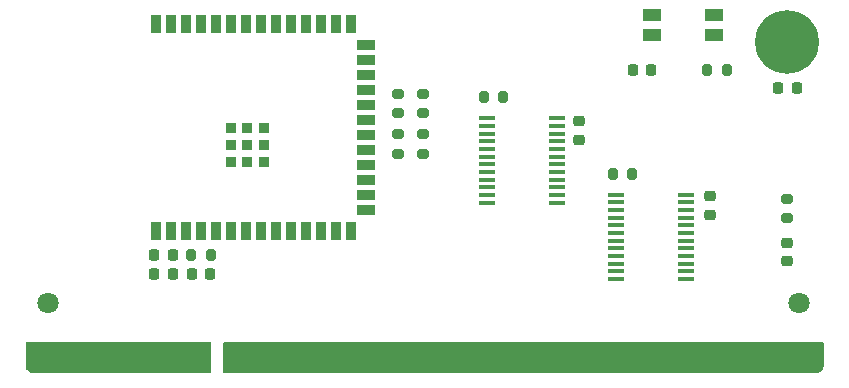
<source format=gbr>
%TF.GenerationSoftware,KiCad,Pcbnew,7.0.8*%
%TF.CreationDate,2024-03-21T14:52:22+01:00*%
%TF.ProjectId,so-dimm-esp32-cm,736f2d64-696d-46d2-9d65-737033322d63,REV.03*%
%TF.SameCoordinates,Original*%
%TF.FileFunction,Soldermask,Top*%
%TF.FilePolarity,Negative*%
%FSLAX46Y46*%
G04 Gerber Fmt 4.6, Leading zero omitted, Abs format (unit mm)*
G04 Created by KiCad (PCBNEW 7.0.8) date 2024-03-21 14:52:22*
%MOMM*%
%LPD*%
G01*
G04 APERTURE LIST*
G04 Aperture macros list*
%AMRoundRect*
0 Rectangle with rounded corners*
0 $1 Rounding radius*
0 $2 $3 $4 $5 $6 $7 $8 $9 X,Y pos of 4 corners*
0 Add a 4 corners polygon primitive as box body*
4,1,4,$2,$3,$4,$5,$6,$7,$8,$9,$2,$3,0*
0 Add four circle primitives for the rounded corners*
1,1,$1+$1,$2,$3*
1,1,$1+$1,$4,$5*
1,1,$1+$1,$6,$7*
1,1,$1+$1,$8,$9*
0 Add four rect primitives between the rounded corners*
20,1,$1+$1,$2,$3,$4,$5,0*
20,1,$1+$1,$4,$5,$6,$7,0*
20,1,$1+$1,$6,$7,$8,$9,0*
20,1,$1+$1,$8,$9,$2,$3,0*%
G04 Aperture macros list end*
%ADD10RoundRect,0.225000X-0.225000X-0.250000X0.225000X-0.250000X0.225000X0.250000X-0.225000X0.250000X0*%
%ADD11RoundRect,0.200000X-0.200000X-0.275000X0.200000X-0.275000X0.200000X0.275000X-0.200000X0.275000X0*%
%ADD12RoundRect,0.218750X0.256250X-0.218750X0.256250X0.218750X-0.256250X0.218750X-0.256250X-0.218750X0*%
%ADD13RoundRect,0.200000X0.275000X-0.200000X0.275000X0.200000X-0.275000X0.200000X-0.275000X-0.200000X0*%
%ADD14R,1.550000X1.000000*%
%ADD15C,1.800000*%
%ADD16R,0.450000X2.300000*%
%ADD17RoundRect,0.225000X0.225000X0.250000X-0.225000X0.250000X-0.225000X-0.250000X0.225000X-0.250000X0*%
%ADD18R,1.475000X0.450000*%
%ADD19RoundRect,0.200000X0.200000X0.275000X-0.200000X0.275000X-0.200000X-0.275000X0.200000X-0.275000X0*%
%ADD20RoundRect,0.225000X-0.250000X0.225000X-0.250000X-0.225000X0.250000X-0.225000X0.250000X0.225000X0*%
%ADD21C,0.800000*%
%ADD22C,5.400000*%
%ADD23R,0.900000X1.500000*%
%ADD24R,1.500000X0.900000*%
%ADD25R,0.900000X0.900000*%
G04 APERTURE END LIST*
D10*
%TO.C,C5*%
X129527000Y-99695000D03*
X131077000Y-99695000D03*
%TD*%
D11*
%TO.C,R4*%
X154242000Y-84709000D03*
X155892000Y-84709000D03*
%TD*%
D12*
%TO.C,D1*%
X179933600Y-98571450D03*
X179933600Y-96996450D03*
%TD*%
D13*
%TO.C,R8*%
X146939000Y-86042000D03*
X146939000Y-84392000D03*
%TD*%
%TO.C,R6*%
X149098000Y-86042000D03*
X149098000Y-84392000D03*
%TD*%
D14*
%TO.C,S1*%
X168444000Y-79463000D03*
X168444000Y-77763000D03*
X173694000Y-79463000D03*
X173694000Y-77763000D03*
%TD*%
D13*
%TO.C,R7*%
X179933600Y-94925950D03*
X179933600Y-93275950D03*
%TD*%
D15*
%TO.C,J1*%
X117350000Y-102080000D03*
X180950000Y-102080000D03*
D16*
X117500000Y-106680000D03*
X118100000Y-106680000D03*
X118700000Y-106680000D03*
X119300000Y-106680000D03*
X119900000Y-106680000D03*
X120500000Y-106680000D03*
X121100000Y-106680000D03*
X121700000Y-106680000D03*
X122300000Y-106680000D03*
X122900000Y-106680000D03*
X123500000Y-106680000D03*
X124100000Y-106680000D03*
X124700000Y-106680000D03*
X125300000Y-106680000D03*
X125900000Y-106680000D03*
X126500000Y-106680000D03*
X127100000Y-106680000D03*
X127700000Y-106680000D03*
X128300000Y-106680000D03*
X128900000Y-106680000D03*
X133100000Y-106680000D03*
X133700000Y-106680000D03*
X134300000Y-106680000D03*
X134900000Y-106680000D03*
X135500000Y-106680000D03*
X136100000Y-106680000D03*
X136700000Y-106680000D03*
X137300000Y-106680000D03*
X137900000Y-106680000D03*
X138500000Y-106680000D03*
X139100000Y-106680000D03*
X139700000Y-106680000D03*
X140300000Y-106680000D03*
X140900000Y-106680000D03*
X141500000Y-106680000D03*
X142100000Y-106680000D03*
X142700000Y-106680000D03*
X143300000Y-106680000D03*
X143900000Y-106680000D03*
X144500000Y-106680000D03*
X145100000Y-106680000D03*
X145700000Y-106680000D03*
X146300000Y-106680000D03*
X146900000Y-106680000D03*
X147500000Y-106680000D03*
X148100000Y-106680000D03*
X148700000Y-106680000D03*
X149300000Y-106680000D03*
X149900000Y-106680000D03*
X150500000Y-106680000D03*
X151100000Y-106680000D03*
X151700000Y-106680000D03*
X152300000Y-106680000D03*
X152900000Y-106680000D03*
X153500000Y-106680000D03*
X154100000Y-106680000D03*
X154700000Y-106680000D03*
X155300000Y-106680000D03*
X155900000Y-106680000D03*
X156500000Y-106680000D03*
X157100000Y-106680000D03*
X157700000Y-106680000D03*
X158300000Y-106680000D03*
X158900000Y-106680000D03*
X159500000Y-106680000D03*
X160100000Y-106680000D03*
X160700000Y-106680000D03*
X161300000Y-106680000D03*
X161900000Y-106680000D03*
X162500000Y-106680000D03*
X163100000Y-106680000D03*
X163700000Y-106680000D03*
X164300000Y-106680000D03*
X164900000Y-106680000D03*
X165500000Y-106680000D03*
X166100000Y-106680000D03*
X166700000Y-106680000D03*
X167300000Y-106680000D03*
X167900000Y-106680000D03*
X168500000Y-106680000D03*
X169100000Y-106680000D03*
X169700000Y-106680000D03*
X170300000Y-106680000D03*
X170900000Y-106680000D03*
X171500000Y-106680000D03*
X172100000Y-106680000D03*
X172700000Y-106680000D03*
X173300000Y-106680000D03*
X173900000Y-106680000D03*
X174500000Y-106680000D03*
X175100000Y-106680000D03*
X175700000Y-106680000D03*
X176300000Y-106680000D03*
X176900000Y-106680000D03*
X177500000Y-106680000D03*
X178100000Y-106680000D03*
X178700000Y-106680000D03*
X179300000Y-106680000D03*
X179900000Y-106680000D03*
X180500000Y-106680000D03*
%TD*%
D17*
%TO.C,C7*%
X180734000Y-83947000D03*
X179184000Y-83947000D03*
%TD*%
D18*
%TO.C,IC1*%
X154542000Y-86468000D03*
X154542000Y-87118000D03*
X154542000Y-87768000D03*
X154542000Y-88418000D03*
X154542000Y-89068000D03*
X154542000Y-89718000D03*
X154542000Y-90368000D03*
X154542000Y-91018000D03*
X154542000Y-91668000D03*
X154542000Y-92318000D03*
X154542000Y-92968000D03*
X154542000Y-93618000D03*
X160418000Y-93618000D03*
X160418000Y-92968000D03*
X160418000Y-92318000D03*
X160418000Y-91668000D03*
X160418000Y-91018000D03*
X160418000Y-90368000D03*
X160418000Y-89718000D03*
X160418000Y-89068000D03*
X160418000Y-88418000D03*
X160418000Y-87768000D03*
X160418000Y-87118000D03*
X160418000Y-86468000D03*
%TD*%
D19*
%TO.C,R1*%
X174815000Y-82423000D03*
X173165000Y-82423000D03*
%TD*%
D13*
%TO.C,R2*%
X149098000Y-89471000D03*
X149098000Y-87821000D03*
%TD*%
D18*
%TO.C,IC2*%
X165464000Y-92945000D03*
X165464000Y-93595000D03*
X165464000Y-94245000D03*
X165464000Y-94895000D03*
X165464000Y-95545000D03*
X165464000Y-96195000D03*
X165464000Y-96845000D03*
X165464000Y-97495000D03*
X165464000Y-98145000D03*
X165464000Y-98795000D03*
X165464000Y-99445000D03*
X165464000Y-100095000D03*
X171340000Y-100095000D03*
X171340000Y-99445000D03*
X171340000Y-98795000D03*
X171340000Y-98145000D03*
X171340000Y-97495000D03*
X171340000Y-96845000D03*
X171340000Y-96195000D03*
X171340000Y-95545000D03*
X171340000Y-94895000D03*
X171340000Y-94245000D03*
X171340000Y-93595000D03*
X171340000Y-92945000D03*
%TD*%
D11*
%TO.C,R5*%
X165164000Y-91186000D03*
X166814000Y-91186000D03*
%TD*%
D17*
%TO.C,C6*%
X127902000Y-98044000D03*
X126352000Y-98044000D03*
%TD*%
D13*
%TO.C,R3*%
X146939000Y-89471000D03*
X146939000Y-87821000D03*
%TD*%
D17*
%TO.C,C1*%
X168415000Y-82423000D03*
X166865000Y-82423000D03*
%TD*%
D20*
%TO.C,C2*%
X173355000Y-93078000D03*
X173355000Y-94628000D03*
%TD*%
D21*
%TO.C,H1*%
X177899109Y-79975109D03*
X178492218Y-78543218D03*
X178492218Y-81407000D03*
X179924109Y-77950109D03*
D22*
X179924109Y-79975109D03*
D21*
X179924109Y-82000109D03*
X181356000Y-78543218D03*
X181356000Y-81407000D03*
X181949109Y-79975109D03*
%TD*%
D17*
%TO.C,C4*%
X127902000Y-99695000D03*
X126352000Y-99695000D03*
%TD*%
D11*
%TO.C,R9*%
X129477000Y-98044000D03*
X131127000Y-98044000D03*
%TD*%
D20*
%TO.C,C3*%
X162306000Y-86728000D03*
X162306000Y-88278000D03*
%TD*%
D23*
%TO.C,U2*%
X126492000Y-95986000D03*
X127762000Y-95986000D03*
X129032000Y-95986000D03*
X130302000Y-95986000D03*
X131572000Y-95986000D03*
X132842000Y-95986000D03*
X134112000Y-95986000D03*
X135382000Y-95986000D03*
X136652000Y-95986000D03*
X137922000Y-95986000D03*
X139192000Y-95986000D03*
X140462000Y-95986000D03*
X141732000Y-95986000D03*
X143002000Y-95986000D03*
D24*
X144252000Y-94221000D03*
X144252000Y-92951000D03*
X144252000Y-91681000D03*
X144252000Y-90411000D03*
X144252000Y-89141000D03*
X144252000Y-87871000D03*
X144252000Y-86601000D03*
X144252000Y-85331000D03*
X144252000Y-84061000D03*
X144252000Y-82791000D03*
X144252000Y-81521000D03*
X144252000Y-80251000D03*
D23*
X143002000Y-78486000D03*
X141732000Y-78486000D03*
X140462000Y-78486000D03*
X139192000Y-78486000D03*
X137922000Y-78486000D03*
X136652000Y-78486000D03*
X135382000Y-78486000D03*
X134112000Y-78486000D03*
X132842000Y-78486000D03*
X131572000Y-78486000D03*
X130302000Y-78486000D03*
X129032000Y-78486000D03*
X127762000Y-78486000D03*
X126492000Y-78486000D03*
D25*
X132812000Y-90136000D03*
X134212000Y-90136000D03*
X135612000Y-90136000D03*
X132812000Y-88736000D03*
X134212000Y-88736000D03*
X135612000Y-88736000D03*
X132812000Y-87336000D03*
X134212000Y-87336000D03*
X135612000Y-87336000D03*
%TD*%
G36*
X131118385Y-105429685D02*
G01*
X131164140Y-105482489D01*
X131175346Y-105534000D01*
X131175346Y-107952990D01*
X131155661Y-108020029D01*
X131102857Y-108065784D01*
X131051335Y-108076990D01*
X116178830Y-108075692D01*
X116171885Y-108075301D01*
X116022493Y-108058463D01*
X115995477Y-108052302D01*
X115863444Y-108006164D01*
X115838446Y-107994142D01*
X115719988Y-107919818D01*
X115698289Y-107902542D01*
X115599315Y-107803747D01*
X115581998Y-107782077D01*
X115507461Y-107663750D01*
X115495395Y-107638774D01*
X115450015Y-107509654D01*
X115443000Y-107468539D01*
X115443000Y-105534000D01*
X115462685Y-105466961D01*
X115515489Y-105421206D01*
X115567000Y-105410000D01*
X131051346Y-105410000D01*
X131118385Y-105429685D01*
G37*
G36*
X182958896Y-105429685D02*
G01*
X183004651Y-105482489D01*
X183015855Y-105533344D01*
X183025327Y-107323347D01*
X183024936Y-107330632D01*
X183008102Y-107479851D01*
X183001941Y-107506860D01*
X182955798Y-107638892D01*
X182943777Y-107663887D01*
X182869454Y-107782340D01*
X182852179Y-107804036D01*
X182753380Y-107903015D01*
X182731712Y-107920331D01*
X182613391Y-107994868D01*
X182588419Y-108006934D01*
X182456490Y-108053309D01*
X182429460Y-108059523D01*
X182280168Y-108076598D01*
X182273117Y-108077000D01*
X132299346Y-108077000D01*
X132232307Y-108057315D01*
X132186552Y-108004511D01*
X132175346Y-107953000D01*
X132175346Y-105534000D01*
X132195031Y-105466961D01*
X132247835Y-105421206D01*
X132299346Y-105410000D01*
X182891857Y-105410000D01*
X182958896Y-105429685D01*
G37*
M02*

</source>
